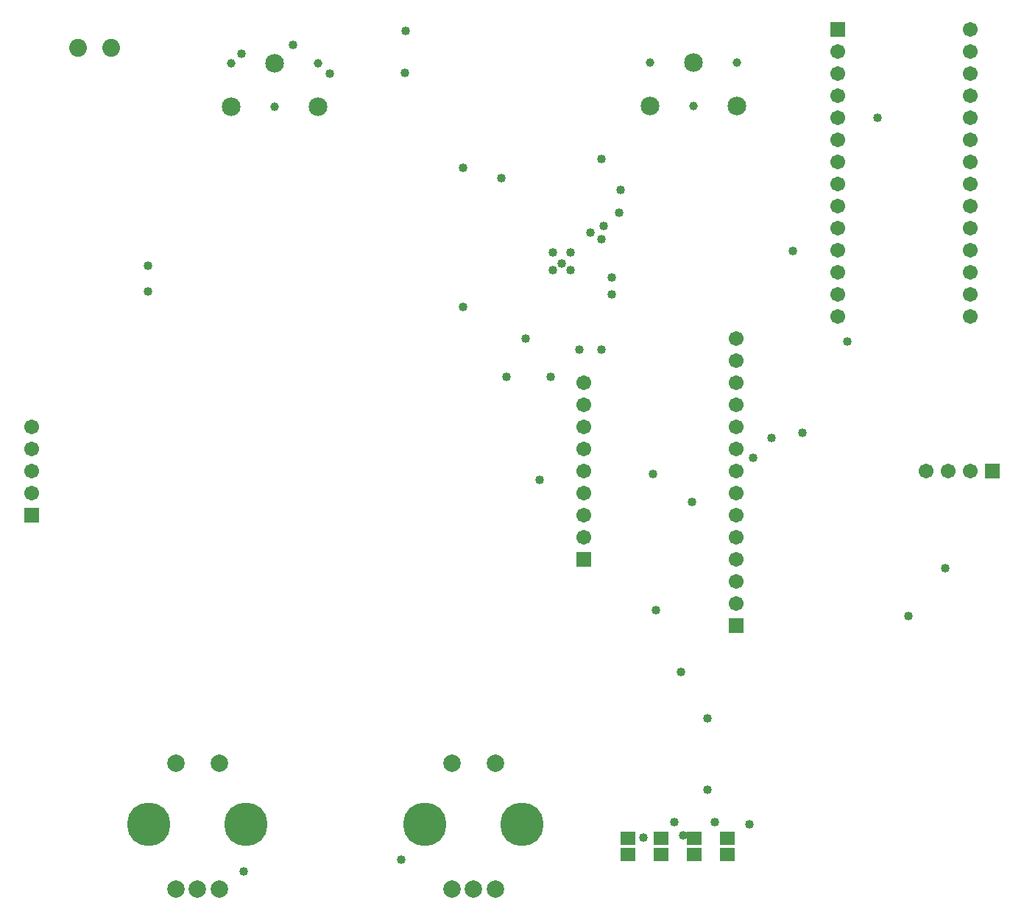
<source format=gts>
G04*
G04 #@! TF.GenerationSoftware,Altium Limited,Altium Designer,20.0.13 (296)*
G04*
G04 Layer_Color=8388736*
%FSLAX25Y25*%
%MOIN*%
G70*
G01*
G75*
%ADD18R,0.06706X0.05918*%
%ADD19C,0.08083*%
%ADD20C,0.03950*%
%ADD21C,0.08477*%
%ADD22C,0.06706*%
%ADD23R,0.06706X0.06706*%
%ADD24R,0.06706X0.06706*%
%ADD25C,0.06706*%
%ADD26R,0.06706X0.06706*%
%ADD27C,0.07887*%
%ADD28C,0.19698*%
%ADD29C,0.04000*%
D18*
X325000Y46260D02*
D03*
Y53740D02*
D03*
X295000Y46260D02*
D03*
Y53740D02*
D03*
X310000Y46260D02*
D03*
Y53740D02*
D03*
X340000Y46260D02*
D03*
Y53740D02*
D03*
D19*
X46000Y411500D02*
D03*
X61000D02*
D03*
D20*
X324685Y385315D02*
D03*
X344370Y405000D02*
D03*
X305000D02*
D03*
X135000Y385000D02*
D03*
X154685Y404685D02*
D03*
X115315D02*
D03*
D21*
X344370Y385315D02*
D03*
X305000D02*
D03*
X324685Y405000D02*
D03*
X154685Y385000D02*
D03*
X115315D02*
D03*
X135000Y404685D02*
D03*
D22*
X430000Y220000D02*
D03*
X440000D02*
D03*
X450000D02*
D03*
X344000Y280000D02*
D03*
Y270000D02*
D03*
Y260000D02*
D03*
Y250000D02*
D03*
Y240000D02*
D03*
Y230000D02*
D03*
Y220000D02*
D03*
Y210000D02*
D03*
Y200000D02*
D03*
Y190000D02*
D03*
Y180000D02*
D03*
Y170000D02*
D03*
Y160000D02*
D03*
X275000Y200000D02*
D03*
Y210000D02*
D03*
Y220000D02*
D03*
Y230000D02*
D03*
Y240000D02*
D03*
Y250000D02*
D03*
Y260000D02*
D03*
Y190000D02*
D03*
X25000Y240000D02*
D03*
Y230000D02*
D03*
Y220000D02*
D03*
Y210000D02*
D03*
D23*
X460000Y220000D02*
D03*
D24*
X344000Y150000D02*
D03*
X275000Y180000D02*
D03*
X25000Y200000D02*
D03*
D25*
X450000Y290000D02*
D03*
Y300000D02*
D03*
Y310000D02*
D03*
Y320000D02*
D03*
Y330000D02*
D03*
Y340000D02*
D03*
Y350000D02*
D03*
Y360000D02*
D03*
Y370000D02*
D03*
Y380000D02*
D03*
Y390000D02*
D03*
Y400000D02*
D03*
Y410000D02*
D03*
Y420000D02*
D03*
X390000Y290000D02*
D03*
Y300000D02*
D03*
Y310000D02*
D03*
Y320000D02*
D03*
Y330000D02*
D03*
Y340000D02*
D03*
Y350000D02*
D03*
Y360000D02*
D03*
Y370000D02*
D03*
Y380000D02*
D03*
Y390000D02*
D03*
Y400000D02*
D03*
Y410000D02*
D03*
D26*
Y420000D02*
D03*
D27*
X90157Y30472D02*
D03*
X109843D02*
D03*
X100000D02*
D03*
X90157Y87559D02*
D03*
X109843D02*
D03*
X215157Y30472D02*
D03*
X234843D02*
D03*
X225000D02*
D03*
X215157Y87559D02*
D03*
X234843D02*
D03*
D28*
X122047Y60000D02*
D03*
X77953D02*
D03*
X247047D02*
D03*
X202953D02*
D03*
D29*
X307750Y157000D02*
D03*
X255000Y216000D02*
D03*
X319000Y129000D02*
D03*
X331000Y108000D02*
D03*
X360000Y235000D02*
D03*
X320000Y55000D02*
D03*
X350000Y60000D02*
D03*
X273000Y275000D02*
D03*
X302000Y54000D02*
D03*
X316000Y61000D02*
D03*
X282875Y275000D02*
D03*
X408000Y380000D02*
D03*
X194175Y419175D02*
D03*
X282960Y361260D02*
D03*
X284000Y331000D02*
D03*
X291000Y337000D02*
D03*
X283000Y325000D02*
D03*
X278000Y328000D02*
D03*
X261000Y311000D02*
D03*
Y319000D02*
D03*
X269000D02*
D03*
X265000Y314000D02*
D03*
X269000Y311000D02*
D03*
X287500Y300000D02*
D03*
Y307500D02*
D03*
X237500Y352500D02*
D03*
X260000Y262500D02*
D03*
X240000D02*
D03*
X77600Y301300D02*
D03*
X77500Y313100D02*
D03*
X334400Y60900D02*
D03*
X248700Y280000D02*
D03*
X220300Y294300D02*
D03*
X143315Y413000D02*
D03*
X220200Y357400D02*
D03*
X119900Y409035D02*
D03*
X291500Y347400D02*
D03*
X159900Y399900D02*
D03*
X194100Y400400D02*
D03*
X324000Y205800D02*
D03*
X306260Y218740D02*
D03*
X438600Y176100D02*
D03*
X421900Y154200D02*
D03*
X330900Y75700D02*
D03*
X374000Y237400D02*
D03*
X192300Y43800D02*
D03*
X121040Y38740D02*
D03*
X351500Y225800D02*
D03*
X369600Y319600D02*
D03*
X394200Y278500D02*
D03*
M02*

</source>
